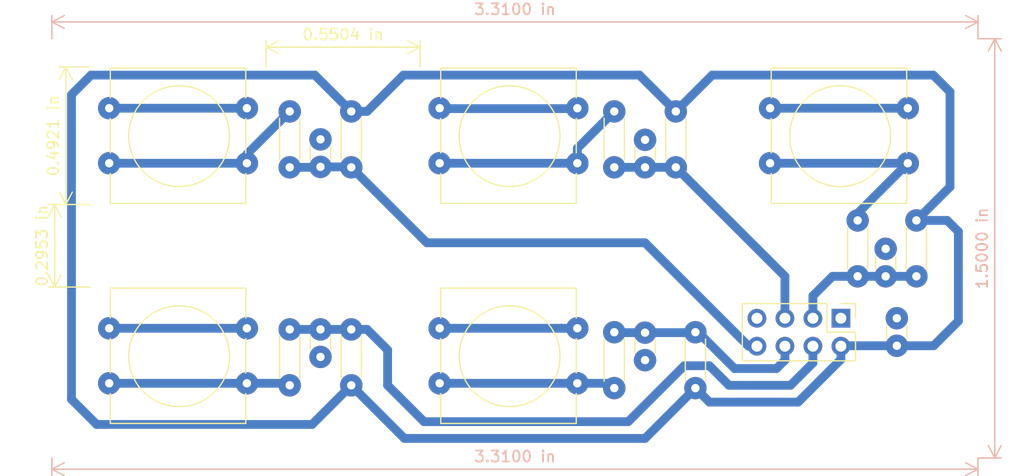
<source format=kicad_pcb>
(kicad_pcb (version 20171130) (host pcbnew 5.1.2-f72e74a~84~ubuntu16.04.1)

  (general
    (thickness 1.6)
    (drawings 6)
    (tracks 94)
    (zones 0)
    (modules 22)
    (nets 13)
  )

  (page A4)
  (layers
    (0 F.Cu signal)
    (31 B.Cu signal)
    (32 B.Adhes user)
    (33 F.Adhes user)
    (34 B.Paste user)
    (35 F.Paste user)
    (36 B.SilkS user)
    (37 F.SilkS user)
    (38 B.Mask user)
    (39 F.Mask user)
    (40 Dwgs.User user)
    (41 Cmts.User user)
    (42 Eco1.User user)
    (43 Eco2.User user)
    (44 Edge.Cuts user)
    (45 Margin user)
    (46 B.CrtYd user)
    (47 F.CrtYd user)
    (48 B.Fab user)
    (49 F.Fab user)
  )

  (setup
    (last_trace_width 0.8)
    (user_trace_width 0.8)
    (trace_clearance 0.2)
    (zone_clearance 0.508)
    (zone_45_only no)
    (trace_min 0.2)
    (via_size 0.8)
    (via_drill 0.4)
    (via_min_size 0.4)
    (via_min_drill 0.3)
    (user_via 2.032 0.508)
    (uvia_size 0.3)
    (uvia_drill 0.1)
    (uvias_allowed no)
    (uvia_min_size 0.2)
    (uvia_min_drill 0.1)
    (edge_width 0.05)
    (segment_width 0.2)
    (pcb_text_width 0.3)
    (pcb_text_size 1.5 1.5)
    (mod_edge_width 0.12)
    (mod_text_size 1 1)
    (mod_text_width 0.15)
    (pad_size 2.032 2.032)
    (pad_drill 0.762)
    (pad_to_mask_clearance 0.051)
    (solder_mask_min_width 0.25)
    (aux_axis_origin 0 0)
    (visible_elements FFFFEF7F)
    (pcbplotparams
      (layerselection 0x010fc_ffffffff)
      (usegerberextensions false)
      (usegerberattributes false)
      (usegerberadvancedattributes false)
      (creategerberjobfile false)
      (excludeedgelayer true)
      (linewidth 0.100000)
      (plotframeref false)
      (viasonmask false)
      (mode 1)
      (useauxorigin false)
      (hpglpennumber 1)
      (hpglpenspeed 20)
      (hpglpendiameter 15.000000)
      (psnegative false)
      (psa4output false)
      (plotreference true)
      (plotvalue true)
      (plotinvisibletext false)
      (padsonsilk false)
      (subtractmaskfromsilk false)
      (outputformat 1)
      (mirror false)
      (drillshape 1)
      (scaleselection 1)
      (outputdirectory ""))
  )

  (net 0 "")
  (net 1 /GND)
  (net 2 /MC2)
  (net 3 /MC3)
  (net 4 /MC4)
  (net 5 /MC1)
  (net 6 /MC5)
  (net 7 /VCC)
  (net 8 "Net-(R2-Pad2)")
  (net 9 "Net-(R4-Pad2)")
  (net 10 "Net-(R6-Pad2)")
  (net 11 "Net-(R8-Pad2)")
  (net 12 "Net-(R10-Pad2)")

  (net_class Default "This is the default net class."
    (clearance 0.2)
    (trace_width 0.25)
    (via_dia 0.8)
    (via_drill 0.4)
    (uvia_dia 0.3)
    (uvia_drill 0.1)
    (add_net /GND)
    (add_net /MC1)
    (add_net /MC2)
    (add_net /MC3)
    (add_net /MC4)
    (add_net /MC5)
    (add_net /VCC)
    (add_net "Net-(R10-Pad2)")
    (add_net "Net-(R2-Pad2)")
    (add_net "Net-(R4-Pad2)")
    (add_net "Net-(R6-Pad2)")
    (add_net "Net-(R8-Pad2)")
  )

  (module Button_Switch_THT:SW_PUSH-12mm (layer F.Cu) (tedit 5A02FE31) (tstamp 5CE8044C)
    (at 70 50)
    (descr "SW PUSH 12mm https://www.e-switch.com/system/asset/product_line/data_sheet/143/TL1100.pdf")
    (tags "tact sw push 12mm")
    (path /5CE7ACBC)
    (fp_text reference SW4 (at 6.08 -4.66) (layer F.SilkS) hide
      (effects (font (size 1 1) (thickness 0.15)))
    )
    (fp_text value START_PHOTO (at 6.62 9.93) (layer F.Fab)
      (effects (font (size 1 1) (thickness 0.15)))
    )
    (fp_line (start 0.25 8.5) (end 12.25 8.5) (layer F.Fab) (width 0.1))
    (fp_line (start 0.25 -3.5) (end 12.25 -3.5) (layer F.Fab) (width 0.1))
    (fp_line (start 12.25 -3.5) (end 12.25 8.5) (layer F.Fab) (width 0.1))
    (fp_text user %R (at 6.35 2.54) (layer F.Fab) hide
      (effects (font (size 1 1) (thickness 0.15)))
    )
    (fp_line (start 0.1 -3.65) (end 12.4 -3.65) (layer F.SilkS) (width 0.12))
    (fp_line (start 12.4 0.93) (end 12.4 4.07) (layer F.SilkS) (width 0.12))
    (fp_line (start 12.4 8.65) (end 0.1 8.65) (layer F.SilkS) (width 0.12))
    (fp_line (start 0.1 -0.93) (end 0.1 -3.65) (layer F.SilkS) (width 0.12))
    (fp_line (start -1.77 -3.75) (end 14.25 -3.75) (layer F.CrtYd) (width 0.05))
    (fp_line (start -1.77 -3.75) (end -1.77 8.75) (layer F.CrtYd) (width 0.05))
    (fp_line (start 14.25 8.75) (end 14.25 -3.75) (layer F.CrtYd) (width 0.05))
    (fp_line (start 14.25 8.75) (end -1.77 8.75) (layer F.CrtYd) (width 0.05))
    (fp_circle (center 6.35 2.54) (end 10.16 5.08) (layer F.SilkS) (width 0.12))
    (fp_line (start 0.25 -3.5) (end 0.25 8.5) (layer F.Fab) (width 0.1))
    (fp_line (start 0.1 8.65) (end 0.1 5.93) (layer F.SilkS) (width 0.12))
    (fp_line (start 0.1 4.07) (end 0.1 0.93) (layer F.SilkS) (width 0.12))
    (fp_line (start 12.4 5.93) (end 12.4 8.65) (layer F.SilkS) (width 0.12))
    (fp_line (start 12.4 -3.65) (end 12.4 -0.93) (layer F.SilkS) (width 0.12))
    (pad 1 thru_hole circle (at 12.5 0) (size 2.032 2.032) (drill 0.762) (layers *.Cu *.Mask)
      (net 1 /GND))
    (pad 2 thru_hole circle (at 12.5 5) (size 2.032 2.032) (drill 0.762) (layers *.Cu *.Mask)
      (net 11 "Net-(R8-Pad2)"))
    (pad 1 thru_hole circle (at 0 0) (size 2.032 2.032) (drill 0.762) (layers *.Cu *.Mask)
      (net 1 /GND))
    (pad 2 thru_hole circle (at 0 5) (size 2.032 2.032) (drill 0.762) (layers *.Cu *.Mask)
      (net 11 "Net-(R8-Pad2)"))
    (model ${KISYS3DMOD}/Button_Switch_THT.3dshapes/SW_PUSH-12mm.wrl
      (at (xyz 0 0 0))
      (scale (xyz 1 1 1))
      (rotate (xyz 0 0 0))
    )
  )

  (module Button_Switch_THT:SW_PUSH-12mm (layer F.Cu) (tedit 5A02FE31) (tstamp 5CE80432)
    (at 40 70)
    (descr "SW PUSH 12mm https://www.e-switch.com/system/asset/product_line/data_sheet/143/TL1100.pdf")
    (tags "tact sw push 12mm")
    (path /5CE8AE61)
    (fp_text reference SW3 (at 6.08 -4.66) (layer F.SilkS) hide
      (effects (font (size 1 1) (thickness 0.15)))
    )
    (fp_text value STOP_INCUBATOR (at 6.62 9.93) (layer F.Fab)
      (effects (font (size 1 1) (thickness 0.15)))
    )
    (fp_line (start 0.25 8.5) (end 12.25 8.5) (layer F.Fab) (width 0.1))
    (fp_line (start 0.25 -3.5) (end 12.25 -3.5) (layer F.Fab) (width 0.1))
    (fp_line (start 12.25 -3.5) (end 12.25 8.5) (layer F.Fab) (width 0.1))
    (fp_text user %R (at 6.35 2.54) (layer F.Fab) hide
      (effects (font (size 1 1) (thickness 0.15)))
    )
    (fp_line (start 0.1 -3.65) (end 12.4 -3.65) (layer F.SilkS) (width 0.12))
    (fp_line (start 12.4 0.93) (end 12.4 4.07) (layer F.SilkS) (width 0.12))
    (fp_line (start 12.4 8.65) (end 0.1 8.65) (layer F.SilkS) (width 0.12))
    (fp_line (start 0.1 -0.93) (end 0.1 -3.65) (layer F.SilkS) (width 0.12))
    (fp_line (start -1.77 -3.75) (end 14.25 -3.75) (layer F.CrtYd) (width 0.05))
    (fp_line (start -1.77 -3.75) (end -1.77 8.75) (layer F.CrtYd) (width 0.05))
    (fp_line (start 14.25 8.75) (end 14.25 -3.75) (layer F.CrtYd) (width 0.05))
    (fp_line (start 14.25 8.75) (end -1.77 8.75) (layer F.CrtYd) (width 0.05))
    (fp_circle (center 6.35 2.54) (end 10.16 5.08) (layer F.SilkS) (width 0.12))
    (fp_line (start 0.25 -3.5) (end 0.25 8.5) (layer F.Fab) (width 0.1))
    (fp_line (start 0.1 8.65) (end 0.1 5.93) (layer F.SilkS) (width 0.12))
    (fp_line (start 0.1 4.07) (end 0.1 0.93) (layer F.SilkS) (width 0.12))
    (fp_line (start 12.4 5.93) (end 12.4 8.65) (layer F.SilkS) (width 0.12))
    (fp_line (start 12.4 -3.65) (end 12.4 -0.93) (layer F.SilkS) (width 0.12))
    (pad 1 thru_hole circle (at 12.5 0) (size 2.032 2.032) (drill 0.762) (layers *.Cu *.Mask)
      (net 1 /GND))
    (pad 2 thru_hole circle (at 12.5 5) (size 2.032 2.032) (drill 0.762) (layers *.Cu *.Mask)
      (net 10 "Net-(R6-Pad2)"))
    (pad 1 thru_hole circle (at 0 0) (size 2.032 2.032) (drill 0.762) (layers *.Cu *.Mask)
      (net 1 /GND))
    (pad 2 thru_hole circle (at 0 5) (size 2.032 2.032) (drill 0.762) (layers *.Cu *.Mask)
      (net 10 "Net-(R6-Pad2)"))
    (model ${KISYS3DMOD}/Button_Switch_THT.3dshapes/SW_PUSH-12mm.wrl
      (at (xyz 0 0 0))
      (scale (xyz 1 1 1))
      (rotate (xyz 0 0 0))
    )
  )

  (module Capacitor_THT:C_Disc_D3.0mm_W1.6mm_P2.50mm (layer F.Cu) (tedit 5AE50EF0) (tstamp 5CE802B3)
    (at 88.646 72.898 90)
    (descr "C, Disc series, Radial, pin pitch=2.50mm, , diameter*width=3.0*1.6mm^2, Capacitor, http://www.vishay.com/docs/45233/krseries.pdf")
    (tags "C Disc series Radial pin pitch 2.50mm  diameter 3.0mm width 1.6mm Capacitor")
    (path /5CE898DD)
    (fp_text reference C1 (at 1.25 -2.05 90) (layer F.SilkS) hide
      (effects (font (size 1 1) (thickness 0.15)))
    )
    (fp_text value 0.1MIF (at 1.25 2.05 90) (layer F.Fab)
      (effects (font (size 1 1) (thickness 0.15)))
    )
    (fp_line (start -0.25 -0.8) (end -0.25 0.8) (layer F.Fab) (width 0.1))
    (fp_line (start -0.25 0.8) (end 2.75 0.8) (layer F.Fab) (width 0.1))
    (fp_line (start 2.75 0.8) (end 2.75 -0.8) (layer F.Fab) (width 0.1))
    (fp_line (start 2.75 -0.8) (end -0.25 -0.8) (layer F.Fab) (width 0.1))
    (fp_line (start 0.621 -0.92) (end 1.879 -0.92) (layer F.SilkS) (width 0.12))
    (fp_line (start 0.621 0.92) (end 1.879 0.92) (layer F.SilkS) (width 0.12))
    (fp_line (start -1.05 -1.05) (end -1.05 1.05) (layer F.CrtYd) (width 0.05))
    (fp_line (start -1.05 1.05) (end 3.55 1.05) (layer F.CrtYd) (width 0.05))
    (fp_line (start 3.55 1.05) (end 3.55 -1.05) (layer F.CrtYd) (width 0.05))
    (fp_line (start 3.55 -1.05) (end -1.05 -1.05) (layer F.CrtYd) (width 0.05))
    (fp_text user %R (at 1.25 0 90) (layer F.Fab) hide
      (effects (font (size 0.6 0.6) (thickness 0.09)))
    )
    (pad 1 thru_hole circle (at 0 0 90) (size 2.032 2.032) (drill 0.762) (layers *.Cu *.Mask)
      (net 1 /GND))
    (pad 2 thru_hole circle (at 2.5 0 90) (size 2.032 2.032) (drill 0.762) (layers *.Cu *.Mask)
      (net 2 /MC2))
    (model ${KISYS3DMOD}/Capacitor_THT.3dshapes/C_Disc_D3.0mm_W1.6mm_P2.50mm.wrl
      (at (xyz 0 0 0))
      (scale (xyz 1 1 1))
      (rotate (xyz 0 0 0))
    )
  )

  (module Capacitor_THT:C_Disc_D3.0mm_W1.6mm_P2.50mm (layer F.Cu) (tedit 5AE50EF0) (tstamp 5CE82A94)
    (at 110.49 62.778 270)
    (descr "C, Disc series, Radial, pin pitch=2.50mm, , diameter*width=3.0*1.6mm^2, Capacitor, http://www.vishay.com/docs/45233/krseries.pdf")
    (tags "C Disc series Radial pin pitch 2.50mm  diameter 3.0mm width 1.6mm Capacitor")
    (path /5CE8A50E)
    (fp_text reference C2 (at 1.25 -2.05 90) (layer F.SilkS) hide
      (effects (font (size 1 1) (thickness 0.15)))
    )
    (fp_text value 0.1MIF (at 1.25 2.05 90) (layer F.Fab)
      (effects (font (size 1 1) (thickness 0.15)))
    )
    (fp_text user %R (at 1.25 0 90) (layer F.Fab) hide
      (effects (font (size 0.6 0.6) (thickness 0.09)))
    )
    (fp_line (start 3.55 -1.05) (end -1.05 -1.05) (layer F.CrtYd) (width 0.05))
    (fp_line (start 3.55 1.05) (end 3.55 -1.05) (layer F.CrtYd) (width 0.05))
    (fp_line (start -1.05 1.05) (end 3.55 1.05) (layer F.CrtYd) (width 0.05))
    (fp_line (start -1.05 -1.05) (end -1.05 1.05) (layer F.CrtYd) (width 0.05))
    (fp_line (start 0.621 0.92) (end 1.879 0.92) (layer F.SilkS) (width 0.12))
    (fp_line (start 0.621 -0.92) (end 1.879 -0.92) (layer F.SilkS) (width 0.12))
    (fp_line (start 2.75 -0.8) (end -0.25 -0.8) (layer F.Fab) (width 0.1))
    (fp_line (start 2.75 0.8) (end 2.75 -0.8) (layer F.Fab) (width 0.1))
    (fp_line (start -0.25 0.8) (end 2.75 0.8) (layer F.Fab) (width 0.1))
    (fp_line (start -0.25 -0.8) (end -0.25 0.8) (layer F.Fab) (width 0.1))
    (pad 2 thru_hole circle (at 2.5 0 270) (size 2.032 2.032) (drill 0.762) (layers *.Cu *.Mask)
      (net 3 /MC3))
    (pad 1 thru_hole circle (at 0 0 270) (size 2.032 2.032) (drill 0.762) (layers *.Cu *.Mask)
      (net 1 /GND))
    (model ${KISYS3DMOD}/Capacitor_THT.3dshapes/C_Disc_D3.0mm_W1.6mm_P2.50mm.wrl
      (at (xyz 0 0 0))
      (scale (xyz 1 1 1))
      (rotate (xyz 0 0 0))
    )
  )

  (module Capacitor_THT:C_Disc_D3.0mm_W1.6mm_P2.50mm (layer F.Cu) (tedit 5AE50EF0) (tstamp 5CE802D5)
    (at 59.182 72.604 90)
    (descr "C, Disc series, Radial, pin pitch=2.50mm, , diameter*width=3.0*1.6mm^2, Capacitor, http://www.vishay.com/docs/45233/krseries.pdf")
    (tags "C Disc series Radial pin pitch 2.50mm  diameter 3.0mm width 1.6mm Capacitor")
    (path /5CE8AE73)
    (fp_text reference C3 (at 1.25 -2.05 90) (layer F.SilkS) hide
      (effects (font (size 1 1) (thickness 0.15)))
    )
    (fp_text value 0.1MIF (at 1.25 2.05 90) (layer F.Fab)
      (effects (font (size 1 1) (thickness 0.15)))
    )
    (fp_line (start -0.25 -0.8) (end -0.25 0.8) (layer F.Fab) (width 0.1))
    (fp_line (start -0.25 0.8) (end 2.75 0.8) (layer F.Fab) (width 0.1))
    (fp_line (start 2.75 0.8) (end 2.75 -0.8) (layer F.Fab) (width 0.1))
    (fp_line (start 2.75 -0.8) (end -0.25 -0.8) (layer F.Fab) (width 0.1))
    (fp_line (start 0.621 -0.92) (end 1.879 -0.92) (layer F.SilkS) (width 0.12))
    (fp_line (start 0.621 0.92) (end 1.879 0.92) (layer F.SilkS) (width 0.12))
    (fp_line (start -1.05 -1.05) (end -1.05 1.05) (layer F.CrtYd) (width 0.05))
    (fp_line (start -1.05 1.05) (end 3.55 1.05) (layer F.CrtYd) (width 0.05))
    (fp_line (start 3.55 1.05) (end 3.55 -1.05) (layer F.CrtYd) (width 0.05))
    (fp_line (start 3.55 -1.05) (end -1.05 -1.05) (layer F.CrtYd) (width 0.05))
    (fp_text user %R (at 1.25 0 90) (layer F.Fab) hide
      (effects (font (size 0.6 0.6) (thickness 0.09)))
    )
    (pad 1 thru_hole circle (at 0 0 90) (size 2.032 2.032) (drill 0.762) (layers *.Cu *.Mask)
      (net 1 /GND))
    (pad 2 thru_hole circle (at 2.5 0 90) (size 2.032 2.032) (drill 0.762) (layers *.Cu *.Mask)
      (net 4 /MC4))
    (model ${KISYS3DMOD}/Capacitor_THT.3dshapes/C_Disc_D3.0mm_W1.6mm_P2.50mm.wrl
      (at (xyz 0 0 0))
      (scale (xyz 1 1 1))
      (rotate (xyz 0 0 0))
    )
  )

  (module Capacitor_THT:C_Disc_D3.0mm_W1.6mm_P2.50mm (layer F.Cu) (tedit 5AE50EF0) (tstamp 5CE802E6)
    (at 88.646 52.872 270)
    (descr "C, Disc series, Radial, pin pitch=2.50mm, , diameter*width=3.0*1.6mm^2, Capacitor, http://www.vishay.com/docs/45233/krseries.pdf")
    (tags "C Disc series Radial pin pitch 2.50mm  diameter 3.0mm width 1.6mm Capacitor")
    (path /5CE83C4F)
    (fp_text reference C4 (at 1.25 -2.05 90) (layer F.SilkS) hide
      (effects (font (size 1 1) (thickness 0.15)))
    )
    (fp_text value 0.1MIF (at 1.25 2.05 90) (layer F.Fab)
      (effects (font (size 1 1) (thickness 0.15)))
    )
    (fp_text user %R (at 1.25 0 90) (layer F.Fab) hide
      (effects (font (size 0.6 0.6) (thickness 0.09)))
    )
    (fp_line (start 3.55 -1.05) (end -1.05 -1.05) (layer F.CrtYd) (width 0.05))
    (fp_line (start 3.55 1.05) (end 3.55 -1.05) (layer F.CrtYd) (width 0.05))
    (fp_line (start -1.05 1.05) (end 3.55 1.05) (layer F.CrtYd) (width 0.05))
    (fp_line (start -1.05 -1.05) (end -1.05 1.05) (layer F.CrtYd) (width 0.05))
    (fp_line (start 0.621 0.92) (end 1.879 0.92) (layer F.SilkS) (width 0.12))
    (fp_line (start 0.621 -0.92) (end 1.879 -0.92) (layer F.SilkS) (width 0.12))
    (fp_line (start 2.75 -0.8) (end -0.25 -0.8) (layer F.Fab) (width 0.1))
    (fp_line (start 2.75 0.8) (end 2.75 -0.8) (layer F.Fab) (width 0.1))
    (fp_line (start -0.25 0.8) (end 2.75 0.8) (layer F.Fab) (width 0.1))
    (fp_line (start -0.25 -0.8) (end -0.25 0.8) (layer F.Fab) (width 0.1))
    (pad 2 thru_hole circle (at 2.5 0 270) (size 2.032 2.032) (drill 0.762) (layers *.Cu *.Mask)
      (net 5 /MC1))
    (pad 1 thru_hole circle (at 0 0 270) (size 2.032 2.032) (drill 0.762) (layers *.Cu *.Mask)
      (net 1 /GND))
    (model ${KISYS3DMOD}/Capacitor_THT.3dshapes/C_Disc_D3.0mm_W1.6mm_P2.50mm.wrl
      (at (xyz 0 0 0))
      (scale (xyz 1 1 1))
      (rotate (xyz 0 0 0))
    )
  )

  (module Capacitor_THT:C_Disc_D3.0mm_W1.6mm_P2.50mm (layer F.Cu) (tedit 5AE50EF0) (tstamp 5CE823C4)
    (at 59.182 52.832 270)
    (descr "C, Disc series, Radial, pin pitch=2.50mm, , diameter*width=3.0*1.6mm^2, Capacitor, http://www.vishay.com/docs/45233/krseries.pdf")
    (tags "C Disc series Radial pin pitch 2.50mm  diameter 3.0mm width 1.6mm Capacitor")
    (path /5CE8B707)
    (fp_text reference C5 (at 1.25 -2.05 90) (layer F.SilkS) hide
      (effects (font (size 1 1) (thickness 0.15)))
    )
    (fp_text value 0.1MIF (at 1.25 2.05 90) (layer F.Fab)
      (effects (font (size 1 1) (thickness 0.15)))
    )
    (fp_text user %R (at 1.25 0 90) (layer F.Fab) hide
      (effects (font (size 0.6 0.6) (thickness 0.09)))
    )
    (fp_line (start 3.55 -1.05) (end -1.05 -1.05) (layer F.CrtYd) (width 0.05))
    (fp_line (start 3.55 1.05) (end 3.55 -1.05) (layer F.CrtYd) (width 0.05))
    (fp_line (start -1.05 1.05) (end 3.55 1.05) (layer F.CrtYd) (width 0.05))
    (fp_line (start -1.05 -1.05) (end -1.05 1.05) (layer F.CrtYd) (width 0.05))
    (fp_line (start 0.621 0.92) (end 1.879 0.92) (layer F.SilkS) (width 0.12))
    (fp_line (start 0.621 -0.92) (end 1.879 -0.92) (layer F.SilkS) (width 0.12))
    (fp_line (start 2.75 -0.8) (end -0.25 -0.8) (layer F.Fab) (width 0.1))
    (fp_line (start 2.75 0.8) (end 2.75 -0.8) (layer F.Fab) (width 0.1))
    (fp_line (start -0.25 0.8) (end 2.75 0.8) (layer F.Fab) (width 0.1))
    (fp_line (start -0.25 -0.8) (end -0.25 0.8) (layer F.Fab) (width 0.1))
    (pad 2 thru_hole circle (at 2.5 0 270) (size 2.032 2.032) (drill 0.762) (layers *.Cu *.Mask)
      (net 6 /MC5))
    (pad 1 thru_hole circle (at 0 0 270) (size 2.032 2.032) (drill 0.762) (layers *.Cu *.Mask)
      (net 1 /GND))
    (model ${KISYS3DMOD}/Capacitor_THT.3dshapes/C_Disc_D3.0mm_W1.6mm_P2.50mm.wrl
      (at (xyz 0 0 0))
      (scale (xyz 1 1 1))
      (rotate (xyz 0 0 0))
    )
  )

  (module Capacitor_THT:C_Disc_D3.0mm_W1.6mm_P2.50mm (layer F.Cu) (tedit 5AE50EF0) (tstamp 5CE80308)
    (at 111.506 71.588 90)
    (descr "C, Disc series, Radial, pin pitch=2.50mm, , diameter*width=3.0*1.6mm^2, Capacitor, http://www.vishay.com/docs/45233/krseries.pdf")
    (tags "C Disc series Radial pin pitch 2.50mm  diameter 3.0mm width 1.6mm Capacitor")
    (path /5CE8D66A)
    (fp_text reference C6 (at 1.25 -2.05 90) (layer F.SilkS) hide
      (effects (font (size 1 1) (thickness 0.15)))
    )
    (fp_text value 0.1MIF (at 1.25 2.05 90) (layer F.Fab)
      (effects (font (size 1 1) (thickness 0.15)))
    )
    (fp_line (start -0.25 -0.8) (end -0.25 0.8) (layer F.Fab) (width 0.1))
    (fp_line (start -0.25 0.8) (end 2.75 0.8) (layer F.Fab) (width 0.1))
    (fp_line (start 2.75 0.8) (end 2.75 -0.8) (layer F.Fab) (width 0.1))
    (fp_line (start 2.75 -0.8) (end -0.25 -0.8) (layer F.Fab) (width 0.1))
    (fp_line (start 0.621 -0.92) (end 1.879 -0.92) (layer F.SilkS) (width 0.12))
    (fp_line (start 0.621 0.92) (end 1.879 0.92) (layer F.SilkS) (width 0.12))
    (fp_line (start -1.05 -1.05) (end -1.05 1.05) (layer F.CrtYd) (width 0.05))
    (fp_line (start -1.05 1.05) (end 3.55 1.05) (layer F.CrtYd) (width 0.05))
    (fp_line (start 3.55 1.05) (end 3.55 -1.05) (layer F.CrtYd) (width 0.05))
    (fp_line (start 3.55 -1.05) (end -1.05 -1.05) (layer F.CrtYd) (width 0.05))
    (fp_text user %R (at 1.25 0 90) (layer F.Fab) hide
      (effects (font (size 0.6 0.6) (thickness 0.09)))
    )
    (pad 1 thru_hole circle (at 0 0 90) (size 2.032 2.032) (drill 0.762) (layers *.Cu *.Mask)
      (net 7 /VCC))
    (pad 2 thru_hole circle (at 2.5 0 90) (size 2.032 2.032) (drill 0.762) (layers *.Cu *.Mask)
      (net 1 /GND))
    (model ${KISYS3DMOD}/Capacitor_THT.3dshapes/C_Disc_D3.0mm_W1.6mm_P2.50mm.wrl
      (at (xyz 0 0 0))
      (scale (xyz 1 1 1))
      (rotate (xyz 0 0 0))
    )
  )

  (module Connector_PinHeader_2.54mm:PinHeader_2x04_P2.54mm_Vertical (layer F.Cu) (tedit 59FED5CC) (tstamp 5CE80326)
    (at 106.426 69.088 270)
    (descr "Through hole straight pin header, 2x04, 2.54mm pitch, double rows")
    (tags "Through hole pin header THT 2x04 2.54mm double row")
    (path /5CE8C492)
    (fp_text reference J1 (at 1.27 -2.33 90) (layer F.SilkS) hide
      (effects (font (size 1 1) (thickness 0.15)))
    )
    (fp_text value CONTORL (at 1.27 9.95 90) (layer F.Fab)
      (effects (font (size 1 1) (thickness 0.15)))
    )
    (fp_line (start 0 -1.27) (end 3.81 -1.27) (layer F.Fab) (width 0.1))
    (fp_line (start 3.81 -1.27) (end 3.81 8.89) (layer F.Fab) (width 0.1))
    (fp_line (start 3.81 8.89) (end -1.27 8.89) (layer F.Fab) (width 0.1))
    (fp_line (start -1.27 8.89) (end -1.27 0) (layer F.Fab) (width 0.1))
    (fp_line (start -1.27 0) (end 0 -1.27) (layer F.Fab) (width 0.1))
    (fp_line (start -1.33 8.95) (end 3.87 8.95) (layer F.SilkS) (width 0.12))
    (fp_line (start -1.33 1.27) (end -1.33 8.95) (layer F.SilkS) (width 0.12))
    (fp_line (start 3.87 -1.33) (end 3.87 8.95) (layer F.SilkS) (width 0.12))
    (fp_line (start -1.33 1.27) (end 1.27 1.27) (layer F.SilkS) (width 0.12))
    (fp_line (start 1.27 1.27) (end 1.27 -1.33) (layer F.SilkS) (width 0.12))
    (fp_line (start 1.27 -1.33) (end 3.87 -1.33) (layer F.SilkS) (width 0.12))
    (fp_line (start -1.33 0) (end -1.33 -1.33) (layer F.SilkS) (width 0.12))
    (fp_line (start -1.33 -1.33) (end 0 -1.33) (layer F.SilkS) (width 0.12))
    (fp_line (start -1.8 -1.8) (end -1.8 9.4) (layer F.CrtYd) (width 0.05))
    (fp_line (start -1.8 9.4) (end 4.35 9.4) (layer F.CrtYd) (width 0.05))
    (fp_line (start 4.35 9.4) (end 4.35 -1.8) (layer F.CrtYd) (width 0.05))
    (fp_line (start 4.35 -1.8) (end -1.8 -1.8) (layer F.CrtYd) (width 0.05))
    (fp_text user %R (at 1.27 3.81) (layer F.Fab) hide
      (effects (font (size 1 1) (thickness 0.15)))
    )
    (pad 1 thru_hole rect (at 0 0 270) (size 1.7 1.7) (drill 1) (layers *.Cu *.Mask)
      (net 1 /GND))
    (pad 2 thru_hole oval (at 2.54 0 270) (size 1.7 1.7) (drill 1) (layers *.Cu *.Mask)
      (net 7 /VCC))
    (pad 3 thru_hole oval (at 0 2.54 270) (size 1.7 1.7) (drill 1) (layers *.Cu *.Mask)
      (net 3 /MC3))
    (pad 4 thru_hole oval (at 2.54 2.54 270) (size 1.7 1.7) (drill 1) (layers *.Cu *.Mask)
      (net 4 /MC4))
    (pad 5 thru_hole oval (at 0 5.08 270) (size 1.7 1.7) (drill 1) (layers *.Cu *.Mask)
      (net 5 /MC1))
    (pad 6 thru_hole oval (at 2.54 5.08 270) (size 1.7 1.7) (drill 1) (layers *.Cu *.Mask)
      (net 2 /MC2))
    (pad 7 thru_hole oval (at 0 7.62 270) (size 1.7 1.7) (drill 1) (layers *.Cu *.Mask))
    (pad 8 thru_hole oval (at 2.54 7.62 270) (size 1.7 1.7) (drill 1) (layers *.Cu *.Mask)
      (net 6 /MC5))
    (model ${KISYS3DMOD}/Connector_PinHeader_2.54mm.3dshapes/PinHeader_2x04_P2.54mm_Vertical.wrl
      (at (xyz 0 0 0))
      (scale (xyz 1 1 1))
      (rotate (xyz 0 0 0))
    )
  )

  (module Resistor_THT:R_Axial_DIN0204_L3.6mm_D1.6mm_P5.08mm_Horizontal (layer F.Cu) (tedit 5AE5139B) (tstamp 5CE81CDC)
    (at 93.218 70.358 270)
    (descr "Resistor, Axial_DIN0204 series, Axial, Horizontal, pin pitch=5.08mm, 0.167W, length*diameter=3.6*1.6mm^2, http://cdn-reichelt.de/documents/datenblatt/B400/1_4W%23YAG.pdf")
    (tags "Resistor Axial_DIN0204 series Axial Horizontal pin pitch 5.08mm 0.167W length 3.6mm diameter 1.6mm")
    (path /5CE898D7)
    (fp_text reference R1 (at 2.54 -1.92 90) (layer F.SilkS) hide
      (effects (font (size 1 1) (thickness 0.15)))
    )
    (fp_text value 10K (at 2.678999 0.018999 90) (layer F.Fab)
      (effects (font (size 1 1) (thickness 0.15)))
    )
    (fp_text user %R (at 2.54 0 90) (layer F.Fab) hide
      (effects (font (size 0.72 0.72) (thickness 0.108)))
    )
    (fp_line (start 6.03 -1.05) (end -0.95 -1.05) (layer F.CrtYd) (width 0.05))
    (fp_line (start 6.03 1.05) (end 6.03 -1.05) (layer F.CrtYd) (width 0.05))
    (fp_line (start -0.95 1.05) (end 6.03 1.05) (layer F.CrtYd) (width 0.05))
    (fp_line (start -0.95 -1.05) (end -0.95 1.05) (layer F.CrtYd) (width 0.05))
    (fp_line (start 0.62 0.92) (end 4.46 0.92) (layer F.SilkS) (width 0.12))
    (fp_line (start 0.62 -0.92) (end 4.46 -0.92) (layer F.SilkS) (width 0.12))
    (fp_line (start 5.08 0) (end 4.34 0) (layer F.Fab) (width 0.1))
    (fp_line (start 0 0) (end 0.74 0) (layer F.Fab) (width 0.1))
    (fp_line (start 4.34 -0.8) (end 0.74 -0.8) (layer F.Fab) (width 0.1))
    (fp_line (start 4.34 0.8) (end 4.34 -0.8) (layer F.Fab) (width 0.1))
    (fp_line (start 0.74 0.8) (end 4.34 0.8) (layer F.Fab) (width 0.1))
    (fp_line (start 0.74 -0.8) (end 0.74 0.8) (layer F.Fab) (width 0.1))
    (pad 2 thru_hole circle (at 5.08 0 270) (size 2.032 2.032) (drill 0.762) (layers *.Cu *.Mask)
      (net 7 /VCC))
    (pad 1 thru_hole circle (at 0 0 270) (size 2.032 2.032) (drill 0.762) (layers *.Cu *.Mask)
      (net 2 /MC2))
    (model ${KISYS3DMOD}/Resistor_THT.3dshapes/R_Axial_DIN0204_L3.6mm_D1.6mm_P5.08mm_Horizontal.wrl
      (at (xyz 0 0 0))
      (scale (xyz 1 1 1))
      (rotate (xyz 0 0 0))
    )
  )

  (module Resistor_THT:R_Axial_DIN0204_L3.6mm_D1.6mm_P5.08mm_Horizontal (layer F.Cu) (tedit 5AE5139B) (tstamp 5CE8034C)
    (at 85.852 70.358 270)
    (descr "Resistor, Axial_DIN0204 series, Axial, Horizontal, pin pitch=5.08mm, 0.167W, length*diameter=3.6*1.6mm^2, http://cdn-reichelt.de/documents/datenblatt/B400/1_4W%23YAG.pdf")
    (tags "Resistor Axial_DIN0204 series Axial Horizontal pin pitch 5.08mm 0.167W length 3.6mm diameter 1.6mm")
    (path /5CE898D1)
    (fp_text reference R2 (at 2.54 -1.92 90) (layer F.SilkS) hide
      (effects (font (size 1 1) (thickness 0.15)))
    )
    (fp_text value 1K (at 2.54 0.018999 90) (layer F.Fab)
      (effects (font (size 1 1) (thickness 0.15)))
    )
    (fp_line (start 0.74 -0.8) (end 0.74 0.8) (layer F.Fab) (width 0.1))
    (fp_line (start 0.74 0.8) (end 4.34 0.8) (layer F.Fab) (width 0.1))
    (fp_line (start 4.34 0.8) (end 4.34 -0.8) (layer F.Fab) (width 0.1))
    (fp_line (start 4.34 -0.8) (end 0.74 -0.8) (layer F.Fab) (width 0.1))
    (fp_line (start 0 0) (end 0.74 0) (layer F.Fab) (width 0.1))
    (fp_line (start 5.08 0) (end 4.34 0) (layer F.Fab) (width 0.1))
    (fp_line (start 0.62 -0.92) (end 4.46 -0.92) (layer F.SilkS) (width 0.12))
    (fp_line (start 0.62 0.92) (end 4.46 0.92) (layer F.SilkS) (width 0.12))
    (fp_line (start -0.95 -1.05) (end -0.95 1.05) (layer F.CrtYd) (width 0.05))
    (fp_line (start -0.95 1.05) (end 6.03 1.05) (layer F.CrtYd) (width 0.05))
    (fp_line (start 6.03 1.05) (end 6.03 -1.05) (layer F.CrtYd) (width 0.05))
    (fp_line (start 6.03 -1.05) (end -0.95 -1.05) (layer F.CrtYd) (width 0.05))
    (fp_text user %R (at 2.54 0 90) (layer F.Fab) hide
      (effects (font (size 0.72 0.72) (thickness 0.108)))
    )
    (pad 1 thru_hole circle (at 0 0 270) (size 2.032 2.032) (drill 0.762) (layers *.Cu *.Mask)
      (net 2 /MC2))
    (pad 2 thru_hole circle (at 5.08 0 270) (size 2.032 2.032) (drill 0.762) (layers *.Cu *.Mask)
      (net 8 "Net-(R2-Pad2)"))
    (model ${KISYS3DMOD}/Resistor_THT.3dshapes/R_Axial_DIN0204_L3.6mm_D1.6mm_P5.08mm_Horizontal.wrl
      (at (xyz 0 0 0))
      (scale (xyz 1 1 1))
      (rotate (xyz 0 0 0))
    )
  )

  (module Resistor_THT:R_Axial_DIN0204_L3.6mm_D1.6mm_P5.08mm_Horizontal (layer F.Cu) (tedit 5AE5139B) (tstamp 5CE82A60)
    (at 113.284 65.278 90)
    (descr "Resistor, Axial_DIN0204 series, Axial, Horizontal, pin pitch=5.08mm, 0.167W, length*diameter=3.6*1.6mm^2, http://cdn-reichelt.de/documents/datenblatt/B400/1_4W%23YAG.pdf")
    (tags "Resistor Axial_DIN0204 series Axial Horizontal pin pitch 5.08mm 0.167W length 3.6mm diameter 1.6mm")
    (path /5CE8A508)
    (fp_text reference R3 (at 2.54 -1.92 90) (layer F.SilkS) hide
      (effects (font (size 1 1) (thickness 0.15)))
    )
    (fp_text value 10K (at 2.54 0.018999 90) (layer F.Fab)
      (effects (font (size 1 1) (thickness 0.15)))
    )
    (fp_text user %R (at 2.54 0 90) (layer F.Fab) hide
      (effects (font (size 0.72 0.72) (thickness 0.108)))
    )
    (fp_line (start 6.03 -1.05) (end -0.95 -1.05) (layer F.CrtYd) (width 0.05))
    (fp_line (start 6.03 1.05) (end 6.03 -1.05) (layer F.CrtYd) (width 0.05))
    (fp_line (start -0.95 1.05) (end 6.03 1.05) (layer F.CrtYd) (width 0.05))
    (fp_line (start -0.95 -1.05) (end -0.95 1.05) (layer F.CrtYd) (width 0.05))
    (fp_line (start 0.62 0.92) (end 4.46 0.92) (layer F.SilkS) (width 0.12))
    (fp_line (start 0.62 -0.92) (end 4.46 -0.92) (layer F.SilkS) (width 0.12))
    (fp_line (start 5.08 0) (end 4.34 0) (layer F.Fab) (width 0.1))
    (fp_line (start 0 0) (end 0.74 0) (layer F.Fab) (width 0.1))
    (fp_line (start 4.34 -0.8) (end 0.74 -0.8) (layer F.Fab) (width 0.1))
    (fp_line (start 4.34 0.8) (end 4.34 -0.8) (layer F.Fab) (width 0.1))
    (fp_line (start 0.74 0.8) (end 4.34 0.8) (layer F.Fab) (width 0.1))
    (fp_line (start 0.74 -0.8) (end 0.74 0.8) (layer F.Fab) (width 0.1))
    (pad 2 thru_hole circle (at 5.08 0 90) (size 2.032 2.032) (drill 0.762) (layers *.Cu *.Mask)
      (net 7 /VCC))
    (pad 1 thru_hole circle (at 0 0 90) (size 2.032 2.032) (drill 0.762) (layers *.Cu *.Mask)
      (net 3 /MC3))
    (model ${KISYS3DMOD}/Resistor_THT.3dshapes/R_Axial_DIN0204_L3.6mm_D1.6mm_P5.08mm_Horizontal.wrl
      (at (xyz 0 0 0))
      (scale (xyz 1 1 1))
      (rotate (xyz 0 0 0))
    )
  )

  (module Resistor_THT:R_Axial_DIN0204_L3.6mm_D1.6mm_P5.08mm_Horizontal (layer F.Cu) (tedit 5AE5139B) (tstamp 5CE82A2A)
    (at 107.95 65.278 90)
    (descr "Resistor, Axial_DIN0204 series, Axial, Horizontal, pin pitch=5.08mm, 0.167W, length*diameter=3.6*1.6mm^2, http://cdn-reichelt.de/documents/datenblatt/B400/1_4W%23YAG.pdf")
    (tags "Resistor Axial_DIN0204 series Axial Horizontal pin pitch 5.08mm 0.167W length 3.6mm diameter 1.6mm")
    (path /5CE8A502)
    (fp_text reference R4 (at 2.54 -1.92 90) (layer F.SilkS) hide
      (effects (font (size 1 1) (thickness 0.15)))
    )
    (fp_text value 1K (at 2.54 0 90) (layer F.Fab)
      (effects (font (size 1 1) (thickness 0.15)))
    )
    (fp_line (start 0.74 -0.8) (end 0.74 0.8) (layer F.Fab) (width 0.1))
    (fp_line (start 0.74 0.8) (end 4.34 0.8) (layer F.Fab) (width 0.1))
    (fp_line (start 4.34 0.8) (end 4.34 -0.8) (layer F.Fab) (width 0.1))
    (fp_line (start 4.34 -0.8) (end 0.74 -0.8) (layer F.Fab) (width 0.1))
    (fp_line (start 0 0) (end 0.74 0) (layer F.Fab) (width 0.1))
    (fp_line (start 5.08 0) (end 4.34 0) (layer F.Fab) (width 0.1))
    (fp_line (start 0.62 -0.92) (end 4.46 -0.92) (layer F.SilkS) (width 0.12))
    (fp_line (start 0.62 0.92) (end 4.46 0.92) (layer F.SilkS) (width 0.12))
    (fp_line (start -0.95 -1.05) (end -0.95 1.05) (layer F.CrtYd) (width 0.05))
    (fp_line (start -0.95 1.05) (end 6.03 1.05) (layer F.CrtYd) (width 0.05))
    (fp_line (start 6.03 1.05) (end 6.03 -1.05) (layer F.CrtYd) (width 0.05))
    (fp_line (start 6.03 -1.05) (end -0.95 -1.05) (layer F.CrtYd) (width 0.05))
    (fp_text user %R (at 2.54 0 90) (layer F.Fab) hide
      (effects (font (size 0.72 0.72) (thickness 0.108)))
    )
    (pad 1 thru_hole circle (at 0 0 90) (size 2.032 2.032) (drill 0.762) (layers *.Cu *.Mask)
      (net 3 /MC3))
    (pad 2 thru_hole circle (at 5.08 0 90) (size 2.032 2.032) (drill 0.762) (layers *.Cu *.Mask)
      (net 9 "Net-(R4-Pad2)"))
    (model ${KISYS3DMOD}/Resistor_THT.3dshapes/R_Axial_DIN0204_L3.6mm_D1.6mm_P5.08mm_Horizontal.wrl
      (at (xyz 0 0 0))
      (scale (xyz 1 1 1))
      (rotate (xyz 0 0 0))
    )
  )

  (module Resistor_THT:R_Axial_DIN0204_L3.6mm_D1.6mm_P5.08mm_Horizontal (layer F.Cu) (tedit 5AE5139B) (tstamp 5CE80385)
    (at 61.976 70.104 270)
    (descr "Resistor, Axial_DIN0204 series, Axial, Horizontal, pin pitch=5.08mm, 0.167W, length*diameter=3.6*1.6mm^2, http://cdn-reichelt.de/documents/datenblatt/B400/1_4W%23YAG.pdf")
    (tags "Resistor Axial_DIN0204 series Axial Horizontal pin pitch 5.08mm 0.167W length 3.6mm diameter 1.6mm")
    (path /5CE8AE6D)
    (fp_text reference R5 (at 2.54 -1.92 90) (layer F.SilkS) hide
      (effects (font (size 1 1) (thickness 0.15)))
    )
    (fp_text value 10K (at 2.54 0 90) (layer F.Fab)
      (effects (font (size 1 1) (thickness 0.15)))
    )
    (fp_line (start 0.74 -0.8) (end 0.74 0.8) (layer F.Fab) (width 0.1))
    (fp_line (start 0.74 0.8) (end 4.34 0.8) (layer F.Fab) (width 0.1))
    (fp_line (start 4.34 0.8) (end 4.34 -0.8) (layer F.Fab) (width 0.1))
    (fp_line (start 4.34 -0.8) (end 0.74 -0.8) (layer F.Fab) (width 0.1))
    (fp_line (start 0 0) (end 0.74 0) (layer F.Fab) (width 0.1))
    (fp_line (start 5.08 0) (end 4.34 0) (layer F.Fab) (width 0.1))
    (fp_line (start 0.62 -0.92) (end 4.46 -0.92) (layer F.SilkS) (width 0.12))
    (fp_line (start 0.62 0.92) (end 4.46 0.92) (layer F.SilkS) (width 0.12))
    (fp_line (start -0.95 -1.05) (end -0.95 1.05) (layer F.CrtYd) (width 0.05))
    (fp_line (start -0.95 1.05) (end 6.03 1.05) (layer F.CrtYd) (width 0.05))
    (fp_line (start 6.03 1.05) (end 6.03 -1.05) (layer F.CrtYd) (width 0.05))
    (fp_line (start 6.03 -1.05) (end -0.95 -1.05) (layer F.CrtYd) (width 0.05))
    (fp_text user %R (at 2.54 0 90) (layer F.Fab) hide
      (effects (font (size 0.72 0.72) (thickness 0.108)))
    )
    (pad 1 thru_hole circle (at 0 0 270) (size 2.032 2.032) (drill 0.762) (layers *.Cu *.Mask)
      (net 4 /MC4))
    (pad 2 thru_hole circle (at 5.08 0 270) (size 2.032 2.032) (drill 0.762) (layers *.Cu *.Mask)
      (net 7 /VCC))
    (model ${KISYS3DMOD}/Resistor_THT.3dshapes/R_Axial_DIN0204_L3.6mm_D1.6mm_P5.08mm_Horizontal.wrl
      (at (xyz 0 0 0))
      (scale (xyz 1 1 1))
      (rotate (xyz 0 0 0))
    )
  )

  (module Resistor_THT:R_Axial_DIN0204_L3.6mm_D1.6mm_P5.08mm_Horizontal (layer F.Cu) (tedit 5AE5139B) (tstamp 5CE810A1)
    (at 56.388 70.104 270)
    (descr "Resistor, Axial_DIN0204 series, Axial, Horizontal, pin pitch=5.08mm, 0.167W, length*diameter=3.6*1.6mm^2, http://cdn-reichelt.de/documents/datenblatt/B400/1_4W%23YAG.pdf")
    (tags "Resistor Axial_DIN0204 series Axial Horizontal pin pitch 5.08mm 0.167W length 3.6mm diameter 1.6mm")
    (path /5CE8AE67)
    (fp_text reference R6 (at 2.54 -1.92 90) (layer F.SilkS) hide
      (effects (font (size 1 1) (thickness 0.15)))
    )
    (fp_text value 1K (at 2.286 0 90) (layer F.Fab)
      (effects (font (size 1 1) (thickness 0.15)))
    )
    (fp_text user %R (at 2.54 0 90) (layer F.Fab) hide
      (effects (font (size 0.72 0.72) (thickness 0.108)))
    )
    (fp_line (start 6.03 -1.05) (end -0.95 -1.05) (layer F.CrtYd) (width 0.05))
    (fp_line (start 6.03 1.05) (end 6.03 -1.05) (layer F.CrtYd) (width 0.05))
    (fp_line (start -0.95 1.05) (end 6.03 1.05) (layer F.CrtYd) (width 0.05))
    (fp_line (start -0.95 -1.05) (end -0.95 1.05) (layer F.CrtYd) (width 0.05))
    (fp_line (start 0.62 0.92) (end 4.46 0.92) (layer F.SilkS) (width 0.12))
    (fp_line (start 0.62 -0.92) (end 4.46 -0.92) (layer F.SilkS) (width 0.12))
    (fp_line (start 5.08 0) (end 4.34 0) (layer F.Fab) (width 0.1))
    (fp_line (start 0 0) (end 0.74 0) (layer F.Fab) (width 0.1))
    (fp_line (start 4.34 -0.8) (end 0.74 -0.8) (layer F.Fab) (width 0.1))
    (fp_line (start 4.34 0.8) (end 4.34 -0.8) (layer F.Fab) (width 0.1))
    (fp_line (start 0.74 0.8) (end 4.34 0.8) (layer F.Fab) (width 0.1))
    (fp_line (start 0.74 -0.8) (end 0.74 0.8) (layer F.Fab) (width 0.1))
    (pad 2 thru_hole circle (at 5.08 0 270) (size 2.032 2.032) (drill 0.762) (layers *.Cu *.Mask)
      (net 10 "Net-(R6-Pad2)"))
    (pad 1 thru_hole circle (at 0 0 270) (size 2.032 2.032) (drill 0.762) (layers *.Cu *.Mask)
      (net 4 /MC4))
    (model ${KISYS3DMOD}/Resistor_THT.3dshapes/R_Axial_DIN0204_L3.6mm_D1.6mm_P5.08mm_Horizontal.wrl
      (at (xyz 0 0 0))
      (scale (xyz 1 1 1))
      (rotate (xyz 0 0 0))
    )
  )

  (module Resistor_THT:R_Axial_DIN0204_L3.6mm_D1.6mm_P5.08mm_Horizontal (layer F.Cu) (tedit 5AE5139B) (tstamp 5CE81A88)
    (at 91.44 55.372 90)
    (descr "Resistor, Axial_DIN0204 series, Axial, Horizontal, pin pitch=5.08mm, 0.167W, length*diameter=3.6*1.6mm^2, http://cdn-reichelt.de/documents/datenblatt/B400/1_4W%23YAG.pdf")
    (tags "Resistor Axial_DIN0204 series Axial Horizontal pin pitch 5.08mm 0.167W length 3.6mm diameter 1.6mm")
    (path /5CE80C03)
    (fp_text reference R7 (at 2.54 -1.92 90) (layer F.SilkS) hide
      (effects (font (size 1 1) (thickness 0.15)))
    )
    (fp_text value 10K (at 2.54 0.018999 90) (layer F.Fab)
      (effects (font (size 1 1) (thickness 0.15)))
    )
    (fp_text user %R (at 2.54 0 90) (layer F.Fab) hide
      (effects (font (size 0.72 0.72) (thickness 0.108)))
    )
    (fp_line (start 6.03 -1.05) (end -0.95 -1.05) (layer F.CrtYd) (width 0.05))
    (fp_line (start 6.03 1.05) (end 6.03 -1.05) (layer F.CrtYd) (width 0.05))
    (fp_line (start -0.95 1.05) (end 6.03 1.05) (layer F.CrtYd) (width 0.05))
    (fp_line (start -0.95 -1.05) (end -0.95 1.05) (layer F.CrtYd) (width 0.05))
    (fp_line (start 0.62 0.92) (end 4.46 0.92) (layer F.SilkS) (width 0.12))
    (fp_line (start 0.62 -0.92) (end 4.46 -0.92) (layer F.SilkS) (width 0.12))
    (fp_line (start 5.08 0) (end 4.34 0) (layer F.Fab) (width 0.1))
    (fp_line (start 0 0) (end 0.74 0) (layer F.Fab) (width 0.1))
    (fp_line (start 4.34 -0.8) (end 0.74 -0.8) (layer F.Fab) (width 0.1))
    (fp_line (start 4.34 0.8) (end 4.34 -0.8) (layer F.Fab) (width 0.1))
    (fp_line (start 0.74 0.8) (end 4.34 0.8) (layer F.Fab) (width 0.1))
    (fp_line (start 0.74 -0.8) (end 0.74 0.8) (layer F.Fab) (width 0.1))
    (pad 2 thru_hole circle (at 5.08 0 90) (size 2.032 2.032) (drill 0.762) (layers *.Cu *.Mask)
      (net 7 /VCC))
    (pad 1 thru_hole circle (at 0 0 90) (size 2.032 2.032) (drill 0.762) (layers *.Cu *.Mask)
      (net 5 /MC1))
    (model ${KISYS3DMOD}/Resistor_THT.3dshapes/R_Axial_DIN0204_L3.6mm_D1.6mm_P5.08mm_Horizontal.wrl
      (at (xyz 0 0 0))
      (scale (xyz 1 1 1))
      (rotate (xyz 0 0 0))
    )
  )

  (module Resistor_THT:R_Axial_DIN0204_L3.6mm_D1.6mm_P5.08mm_Horizontal (layer F.Cu) (tedit 5AE5139B) (tstamp 5CE803BE)
    (at 85.852 55.372 90)
    (descr "Resistor, Axial_DIN0204 series, Axial, Horizontal, pin pitch=5.08mm, 0.167W, length*diameter=3.6*1.6mm^2, http://cdn-reichelt.de/documents/datenblatt/B400/1_4W%23YAG.pdf")
    (tags "Resistor Axial_DIN0204 series Axial Horizontal pin pitch 5.08mm 0.167W length 3.6mm diameter 1.6mm")
    (path /5CE7C8CC)
    (fp_text reference R8 (at 2.54 -1.92 90) (layer F.SilkS) hide
      (effects (font (size 1 1) (thickness 0.15)))
    )
    (fp_text value 1K (at 2.54 -0.053001 90) (layer F.Fab)
      (effects (font (size 1 1) (thickness 0.15)))
    )
    (fp_line (start 0.74 -0.8) (end 0.74 0.8) (layer F.Fab) (width 0.1))
    (fp_line (start 0.74 0.8) (end 4.34 0.8) (layer F.Fab) (width 0.1))
    (fp_line (start 4.34 0.8) (end 4.34 -0.8) (layer F.Fab) (width 0.1))
    (fp_line (start 4.34 -0.8) (end 0.74 -0.8) (layer F.Fab) (width 0.1))
    (fp_line (start 0 0) (end 0.74 0) (layer F.Fab) (width 0.1))
    (fp_line (start 5.08 0) (end 4.34 0) (layer F.Fab) (width 0.1))
    (fp_line (start 0.62 -0.92) (end 4.46 -0.92) (layer F.SilkS) (width 0.12))
    (fp_line (start 0.62 0.92) (end 4.46 0.92) (layer F.SilkS) (width 0.12))
    (fp_line (start -0.95 -1.05) (end -0.95 1.05) (layer F.CrtYd) (width 0.05))
    (fp_line (start -0.95 1.05) (end 6.03 1.05) (layer F.CrtYd) (width 0.05))
    (fp_line (start 6.03 1.05) (end 6.03 -1.05) (layer F.CrtYd) (width 0.05))
    (fp_line (start 6.03 -1.05) (end -0.95 -1.05) (layer F.CrtYd) (width 0.05))
    (fp_text user %R (at 2.54 0 90) (layer F.Fab) hide
      (effects (font (size 0.72 0.72) (thickness 0.108)))
    )
    (pad 1 thru_hole circle (at 0 0 90) (size 2.032 2.032) (drill 0.762) (layers *.Cu *.Mask)
      (net 5 /MC1))
    (pad 2 thru_hole circle (at 5.08 0 90) (size 2.032 2.032) (drill 0.762) (layers *.Cu *.Mask)
      (net 11 "Net-(R8-Pad2)"))
    (model ${KISYS3DMOD}/Resistor_THT.3dshapes/R_Axial_DIN0204_L3.6mm_D1.6mm_P5.08mm_Horizontal.wrl
      (at (xyz 0 0 0))
      (scale (xyz 1 1 1))
      (rotate (xyz 0 0 0))
    )
  )

  (module Resistor_THT:R_Axial_DIN0204_L3.6mm_D1.6mm_P5.08mm_Horizontal (layer F.Cu) (tedit 5AE5139B) (tstamp 5CE8221E)
    (at 61.976 55.372 90)
    (descr "Resistor, Axial_DIN0204 series, Axial, Horizontal, pin pitch=5.08mm, 0.167W, length*diameter=3.6*1.6mm^2, http://cdn-reichelt.de/documents/datenblatt/B400/1_4W%23YAG.pdf")
    (tags "Resistor Axial_DIN0204 series Axial Horizontal pin pitch 5.08mm 0.167W length 3.6mm diameter 1.6mm")
    (path /5CE8B701)
    (fp_text reference R9 (at 2.54 -1.92 90) (layer F.SilkS) hide
      (effects (font (size 1 1) (thickness 0.15)))
    )
    (fp_text value 10K (at 2.54 0 90) (layer F.Fab)
      (effects (font (size 1 1) (thickness 0.15)))
    )
    (fp_line (start 0.74 -0.8) (end 0.74 0.8) (layer F.Fab) (width 0.1))
    (fp_line (start 0.74 0.8) (end 4.34 0.8) (layer F.Fab) (width 0.1))
    (fp_line (start 4.34 0.8) (end 4.34 -0.8) (layer F.Fab) (width 0.1))
    (fp_line (start 4.34 -0.8) (end 0.74 -0.8) (layer F.Fab) (width 0.1))
    (fp_line (start 0 0) (end 0.74 0) (layer F.Fab) (width 0.1))
    (fp_line (start 5.08 0) (end 4.34 0) (layer F.Fab) (width 0.1))
    (fp_line (start 0.62 -0.92) (end 4.46 -0.92) (layer F.SilkS) (width 0.12))
    (fp_line (start 0.62 0.92) (end 4.46 0.92) (layer F.SilkS) (width 0.12))
    (fp_line (start -0.95 -1.05) (end -0.95 1.05) (layer F.CrtYd) (width 0.05))
    (fp_line (start -0.95 1.05) (end 6.03 1.05) (layer F.CrtYd) (width 0.05))
    (fp_line (start 6.03 1.05) (end 6.03 -1.05) (layer F.CrtYd) (width 0.05))
    (fp_line (start 6.03 -1.05) (end -0.95 -1.05) (layer F.CrtYd) (width 0.05))
    (fp_text user %R (at 2.54 0 90) (layer F.Fab) hide
      (effects (font (size 0.72 0.72) (thickness 0.108)))
    )
    (pad 1 thru_hole circle (at 0 0 90) (size 2.032 2.032) (drill 0.762) (layers *.Cu *.Mask)
      (net 6 /MC5))
    (pad 2 thru_hole circle (at 5.08 0 90) (size 2.032 2.032) (drill 0.762) (layers *.Cu *.Mask)
      (net 7 /VCC))
    (model ${KISYS3DMOD}/Resistor_THT.3dshapes/R_Axial_DIN0204_L3.6mm_D1.6mm_P5.08mm_Horizontal.wrl
      (at (xyz 0 0 0))
      (scale (xyz 1 1 1))
      (rotate (xyz 0 0 0))
    )
  )

  (module Resistor_THT:R_Axial_DIN0204_L3.6mm_D1.6mm_P5.08mm_Horizontal (layer F.Cu) (tedit 5AE5139B) (tstamp 5CE8263A)
    (at 56.388 55.372 90)
    (descr "Resistor, Axial_DIN0204 series, Axial, Horizontal, pin pitch=5.08mm, 0.167W, length*diameter=3.6*1.6mm^2, http://cdn-reichelt.de/documents/datenblatt/B400/1_4W%23YAG.pdf")
    (tags "Resistor Axial_DIN0204 series Axial Horizontal pin pitch 5.08mm 0.167W length 3.6mm diameter 1.6mm")
    (path /5CE8B6FB)
    (fp_text reference R10 (at 2.54 -1.92 90) (layer F.SilkS) hide
      (effects (font (size 1 1) (thickness 0.15)))
    )
    (fp_text value 1K (at 2.486999 0.106999 90) (layer F.Fab)
      (effects (font (size 1 1) (thickness 0.15)))
    )
    (fp_text user %R (at 2.54 0 90) (layer F.Fab) hide
      (effects (font (size 0.72 0.72) (thickness 0.108)))
    )
    (fp_line (start 6.03 -1.05) (end -0.95 -1.05) (layer F.CrtYd) (width 0.05))
    (fp_line (start 6.03 1.05) (end 6.03 -1.05) (layer F.CrtYd) (width 0.05))
    (fp_line (start -0.95 1.05) (end 6.03 1.05) (layer F.CrtYd) (width 0.05))
    (fp_line (start -0.95 -1.05) (end -0.95 1.05) (layer F.CrtYd) (width 0.05))
    (fp_line (start 0.62 0.92) (end 4.46 0.92) (layer F.SilkS) (width 0.12))
    (fp_line (start 0.62 -0.92) (end 4.46 -0.92) (layer F.SilkS) (width 0.12))
    (fp_line (start 5.08 0) (end 4.34 0) (layer F.Fab) (width 0.1))
    (fp_line (start 0 0) (end 0.74 0) (layer F.Fab) (width 0.1))
    (fp_line (start 4.34 -0.8) (end 0.74 -0.8) (layer F.Fab) (width 0.1))
    (fp_line (start 4.34 0.8) (end 4.34 -0.8) (layer F.Fab) (width 0.1))
    (fp_line (start 0.74 0.8) (end 4.34 0.8) (layer F.Fab) (width 0.1))
    (fp_line (start 0.74 -0.8) (end 0.74 0.8) (layer F.Fab) (width 0.1))
    (pad 2 thru_hole circle (at 5.08 0 90) (size 2.032 2.032) (drill 0.762) (layers *.Cu *.Mask)
      (net 12 "Net-(R10-Pad2)"))
    (pad 1 thru_hole circle (at 0 0 90) (size 2.032 2.032) (drill 0.762) (layers *.Cu *.Mask)
      (net 6 /MC5))
    (model ${KISYS3DMOD}/Resistor_THT.3dshapes/R_Axial_DIN0204_L3.6mm_D1.6mm_P5.08mm_Horizontal.wrl
      (at (xyz 0 0 0))
      (scale (xyz 1 1 1))
      (rotate (xyz 0 0 0))
    )
  )

  (module Button_Switch_THT:SW_PUSH-12mm (layer F.Cu) (tedit 5A02FE31) (tstamp 5CE803FE)
    (at 70 70)
    (descr "SW PUSH 12mm https://www.e-switch.com/system/asset/product_line/data_sheet/143/TL1100.pdf")
    (tags "tact sw push 12mm")
    (path /5CE898CB)
    (fp_text reference SW1 (at 6.08 -4.66) (layer F.SilkS) hide
      (effects (font (size 1 1) (thickness 0.15)))
    )
    (fp_text value STOP_PHOTO (at 6.62 9.93) (layer F.Fab)
      (effects (font (size 1 1) (thickness 0.15)))
    )
    (fp_line (start 12.4 -3.65) (end 12.4 -0.93) (layer F.SilkS) (width 0.12))
    (fp_line (start 12.4 5.93) (end 12.4 8.65) (layer F.SilkS) (width 0.12))
    (fp_line (start 0.1 4.07) (end 0.1 0.93) (layer F.SilkS) (width 0.12))
    (fp_line (start 0.1 8.65) (end 0.1 5.93) (layer F.SilkS) (width 0.12))
    (fp_line (start 0.25 -3.5) (end 0.25 8.5) (layer F.Fab) (width 0.1))
    (fp_circle (center 6.35 2.54) (end 10.16 5.08) (layer F.SilkS) (width 0.12))
    (fp_line (start 14.25 8.75) (end -1.77 8.75) (layer F.CrtYd) (width 0.05))
    (fp_line (start 14.25 8.75) (end 14.25 -3.75) (layer F.CrtYd) (width 0.05))
    (fp_line (start -1.77 -3.75) (end -1.77 8.75) (layer F.CrtYd) (width 0.05))
    (fp_line (start -1.77 -3.75) (end 14.25 -3.75) (layer F.CrtYd) (width 0.05))
    (fp_line (start 0.1 -0.93) (end 0.1 -3.65) (layer F.SilkS) (width 0.12))
    (fp_line (start 12.4 8.65) (end 0.1 8.65) (layer F.SilkS) (width 0.12))
    (fp_line (start 12.4 0.93) (end 12.4 4.07) (layer F.SilkS) (width 0.12))
    (fp_line (start 0.1 -3.65) (end 12.4 -3.65) (layer F.SilkS) (width 0.12))
    (fp_text user %R (at 6.35 2.54) (layer F.Fab) hide
      (effects (font (size 1 1) (thickness 0.15)))
    )
    (fp_line (start 12.25 -3.5) (end 12.25 8.5) (layer F.Fab) (width 0.1))
    (fp_line (start 0.25 -3.5) (end 12.25 -3.5) (layer F.Fab) (width 0.1))
    (fp_line (start 0.25 8.5) (end 12.25 8.5) (layer F.Fab) (width 0.1))
    (pad 2 thru_hole circle (at 0 5) (size 2.032 2.032) (drill 0.762) (layers *.Cu *.Mask)
      (net 8 "Net-(R2-Pad2)"))
    (pad 1 thru_hole circle (at 0 0) (size 2.032 2.032) (drill 0.762) (layers *.Cu *.Mask)
      (net 1 /GND))
    (pad 2 thru_hole circle (at 12.5 5) (size 2.032 2.032) (drill 0.762) (layers *.Cu *.Mask)
      (net 8 "Net-(R2-Pad2)"))
    (pad 1 thru_hole circle (at 12.5 0) (size 2.032 2.032) (drill 0.762) (layers *.Cu *.Mask)
      (net 1 /GND))
    (model ${KISYS3DMOD}/Button_Switch_THT.3dshapes/SW_PUSH-12mm.wrl
      (at (xyz 0 0 0))
      (scale (xyz 1 1 1))
      (rotate (xyz 0 0 0))
    )
  )

  (module Button_Switch_THT:SW_PUSH-12mm (layer F.Cu) (tedit 5A02FE31) (tstamp 5CE80418)
    (at 100 50)
    (descr "SW PUSH 12mm https://www.e-switch.com/system/asset/product_line/data_sheet/143/TL1100.pdf")
    (tags "tact sw push 12mm")
    (path /5CE8A4FC)
    (fp_text reference SW2 (at 6.08 -4.66) (layer F.SilkS) hide
      (effects (font (size 1 1) (thickness 0.15)))
    )
    (fp_text value HUMIDITY (at 2.87 9.944) (layer F.Fab)
      (effects (font (size 1 1) (thickness 0.15)))
    )
    (fp_line (start 0.25 8.5) (end 12.25 8.5) (layer F.Fab) (width 0.1))
    (fp_line (start 0.25 -3.5) (end 12.25 -3.5) (layer F.Fab) (width 0.1))
    (fp_line (start 12.25 -3.5) (end 12.25 8.5) (layer F.Fab) (width 0.1))
    (fp_text user %R (at 6.35 2.54) (layer F.Fab) hide
      (effects (font (size 1 1) (thickness 0.15)))
    )
    (fp_line (start 0.1 -3.65) (end 12.4 -3.65) (layer F.SilkS) (width 0.12))
    (fp_line (start 12.4 0.93) (end 12.4 4.07) (layer F.SilkS) (width 0.12))
    (fp_line (start 12.4 8.65) (end 0.1 8.65) (layer F.SilkS) (width 0.12))
    (fp_line (start 0.1 -0.93) (end 0.1 -3.65) (layer F.SilkS) (width 0.12))
    (fp_line (start -1.77 -3.75) (end 14.25 -3.75) (layer F.CrtYd) (width 0.05))
    (fp_line (start -1.77 -3.75) (end -1.77 8.75) (layer F.CrtYd) (width 0.05))
    (fp_line (start 14.25 8.75) (end 14.25 -3.75) (layer F.CrtYd) (width 0.05))
    (fp_line (start 14.25 8.75) (end -1.77 8.75) (layer F.CrtYd) (width 0.05))
    (fp_circle (center 6.35 2.54) (end 10.16 5.08) (layer F.SilkS) (width 0.12))
    (fp_line (start 0.25 -3.5) (end 0.25 8.5) (layer F.Fab) (width 0.1))
    (fp_line (start 0.1 8.65) (end 0.1 5.93) (layer F.SilkS) (width 0.12))
    (fp_line (start 0.1 4.07) (end 0.1 0.93) (layer F.SilkS) (width 0.12))
    (fp_line (start 12.4 5.93) (end 12.4 8.65) (layer F.SilkS) (width 0.12))
    (fp_line (start 12.4 -3.65) (end 12.4 -0.93) (layer F.SilkS) (width 0.12))
    (pad 1 thru_hole circle (at 12.5 0) (size 2.032 2.032) (drill 0.762) (layers *.Cu *.Mask)
      (net 1 /GND))
    (pad 2 thru_hole circle (at 12.5 5) (size 2.032 2.032) (drill 0.762) (layers *.Cu *.Mask)
      (net 9 "Net-(R4-Pad2)"))
    (pad 1 thru_hole circle (at 0 0) (size 2.032 2.032) (drill 0.762) (layers *.Cu *.Mask)
      (net 1 /GND))
    (pad 2 thru_hole circle (at 0 5) (size 2.032 2.032) (drill 0.762) (layers *.Cu *.Mask)
      (net 9 "Net-(R4-Pad2)"))
    (model ${KISYS3DMOD}/Button_Switch_THT.3dshapes/SW_PUSH-12mm.wrl
      (at (xyz 0 0 0))
      (scale (xyz 1 1 1))
      (rotate (xyz 0 0 0))
    )
  )

  (module Button_Switch_THT:SW_PUSH-12mm (layer F.Cu) (tedit 5CE7AC33) (tstamp 5CE81793)
    (at 40 50)
    (descr "SW PUSH 12mm https://www.e-switch.com/system/asset/product_line/data_sheet/143/TL1100.pdf")
    (tags "tact sw push 12mm")
    (path /5CE8B6F5)
    (fp_text reference SW5 (at 6.08 -4.66) (layer F.SilkS) hide
      (effects (font (size 1 1) (thickness 0.15)))
    )
    (fp_text value START_INCUBATOR (at 6.62 9.93) (layer F.Fab)
      (effects (font (size 1 1) (thickness 0.15)))
    )
    (fp_line (start 12.4 -3.65) (end 12.4 -0.93) (layer F.SilkS) (width 0.12))
    (fp_line (start 12.4 5.93) (end 12.4 8.65) (layer F.SilkS) (width 0.12))
    (fp_line (start 0.1 4.07) (end 0.1 0.93) (layer F.SilkS) (width 0.12))
    (fp_line (start 0.1 8.65) (end 0.1 5.93) (layer F.SilkS) (width 0.12))
    (fp_line (start 0.25 -3.5) (end 0.25 8.5) (layer F.Fab) (width 0.1))
    (fp_circle (center 6.35 2.54) (end 10.16 5.08) (layer F.SilkS) (width 0.12))
    (fp_line (start 14.25 8.75) (end -1.77 8.75) (layer F.CrtYd) (width 0.05))
    (fp_line (start 14.25 8.75) (end 14.25 -3.75) (layer F.CrtYd) (width 0.05))
    (fp_line (start -1.77 -3.75) (end -1.77 8.75) (layer F.CrtYd) (width 0.05))
    (fp_line (start -1.77 -3.75) (end 14.25 -3.75) (layer F.CrtYd) (width 0.05))
    (fp_line (start 0.1 -0.93) (end 0.1 -3.65) (layer F.SilkS) (width 0.12))
    (fp_line (start 12.4 8.65) (end 0.1 8.65) (layer F.SilkS) (width 0.12))
    (fp_line (start 12.4 0.93) (end 12.4 4.07) (layer F.SilkS) (width 0.12))
    (fp_line (start 0.1 -3.65) (end 12.4 -3.65) (layer F.SilkS) (width 0.12))
    (fp_text user %R (at 6.35 2.54) (layer F.Fab) hide
      (effects (font (size 1 1) (thickness 0.15)))
    )
    (fp_line (start 12.25 -3.5) (end 12.25 8.5) (layer F.Fab) (width 0.1))
    (fp_line (start 0.25 -3.5) (end 12.25 -3.5) (layer F.Fab) (width 0.1))
    (fp_line (start 0.25 8.5) (end 12.25 8.5) (layer F.Fab) (width 0.1))
    (pad 2 thru_hole circle (at 0 5) (size 2.032 2.032) (drill 0.762) (layers *.Cu *.Mask)
      (net 12 "Net-(R10-Pad2)"))
    (pad 1 thru_hole circle (at 0 0) (size 2.032 2.032) (drill 0.762) (layers *.Cu *.Mask)
      (net 1 /GND))
    (pad 2 thru_hole circle (at 12.5 5) (size 2.032 2.032) (drill 0.762) (layers *.Cu *.Mask)
      (net 12 "Net-(R10-Pad2)"))
    (pad 1 thru_hole circle (at 12.5 0) (size 2.032 2.032) (drill 0.762) (layers *.Cu *.Mask)
      (net 1 /GND))
    (model ${KISYS3DMOD}/Button_Switch_THT.3dshapes/SW_PUSH-12mm.wrl
      (at (xyz 0 0 0))
      (scale (xyz 1 1 1))
      (rotate (xyz 0 0 0))
    )
  )

  (dimension 38.1 (width 0.12) (layer B.SilkS)
    (gr_text "38.100 mm" (at 121.666 62.738 270) (layer B.SilkS)
      (effects (font (size 1 1) (thickness 0.15)))
    )
    (feature1 (pts (xy 118.872 81.788) (xy 120.982421 81.788)))
    (feature2 (pts (xy 118.872 43.688) (xy 120.982421 43.688)))
    (crossbar (pts (xy 120.396 43.688) (xy 120.396 81.788)))
    (arrow1a (pts (xy 120.396 81.788) (xy 119.809579 80.661496)))
    (arrow1b (pts (xy 120.396 81.788) (xy 120.982421 80.661496)))
    (arrow2a (pts (xy 120.396 43.688) (xy 119.809579 44.814504)))
    (arrow2b (pts (xy 120.396 43.688) (xy 120.982421 44.814504)))
  )
  (dimension 84.074 (width 0.12) (layer B.SilkS)
    (gr_text "84.074 mm" (at 76.835 84.074) (layer B.SilkS)
      (effects (font (size 1 1) (thickness 0.15)))
    )
    (feature1 (pts (xy 118.872 81.788) (xy 118.872 83.390421)))
    (feature2 (pts (xy 34.798 81.788) (xy 34.798 83.390421)))
    (crossbar (pts (xy 34.798 82.804) (xy 118.872 82.804)))
    (arrow1a (pts (xy 118.872 82.804) (xy 117.745496 83.390421)))
    (arrow1b (pts (xy 118.872 82.804) (xy 117.745496 82.217579)))
    (arrow2a (pts (xy 34.798 82.804) (xy 35.924504 83.390421)))
    (arrow2b (pts (xy 34.798 82.804) (xy 35.924504 82.217579)))
  )
  (dimension 84.074 (width 0.12) (layer B.SilkS)
    (gr_text "84.074 mm" (at 76.835 40.894) (layer B.SilkS)
      (effects (font (size 1 1) (thickness 0.15)))
    )
    (feature1 (pts (xy 118.872 43.688) (xy 118.872 41.577579)))
    (feature2 (pts (xy 34.798 43.688) (xy 34.798 41.577579)))
    (crossbar (pts (xy 34.798 42.164) (xy 118.872 42.164)))
    (arrow1a (pts (xy 118.872 42.164) (xy 117.745496 42.750421)))
    (arrow1b (pts (xy 118.872 42.164) (xy 117.745496 41.577579)))
    (arrow2a (pts (xy 34.798 42.164) (xy 35.924504 42.750421)))
    (arrow2b (pts (xy 34.798 42.164) (xy 35.924504 41.577579)))
  )
  (dimension 13.98 (width 0.12) (layer F.SilkS)
    (gr_text "13.980 mm" (at 61.24 43.18) (layer F.SilkS)
      (effects (font (size 1 1) (thickness 0.15)))
    )
    (feature1 (pts (xy 68.23 46.25) (xy 68.23 43.863579)))
    (feature2 (pts (xy 54.25 46.25) (xy 54.25 43.863579)))
    (crossbar (pts (xy 54.25 44.45) (xy 68.23 44.45)))
    (arrow1a (pts (xy 68.23 44.45) (xy 67.103496 45.036421)))
    (arrow1b (pts (xy 68.23 44.45) (xy 67.103496 43.863579)))
    (arrow2a (pts (xy 54.25 44.45) (xy 55.376504 45.036421)))
    (arrow2b (pts (xy 54.25 44.45) (xy 55.376504 43.863579)))
  )
  (dimension 7.5 (width 0.12) (layer F.SilkS)
    (gr_text "7.500 mm" (at 33.782 62.5 270) (layer F.SilkS) (tstamp 5CE816D1)
      (effects (font (size 1 1) (thickness 0.15)))
    )
    (feature1 (pts (xy 38.23 66.25) (xy 34.465579 66.25)))
    (feature2 (pts (xy 38.23 58.75) (xy 34.465579 58.75)))
    (crossbar (pts (xy 35.052 58.75) (xy 35.052 66.25)))
    (arrow1a (pts (xy 35.052 66.25) (xy 34.465579 65.123496)))
    (arrow1b (pts (xy 35.052 66.25) (xy 35.638421 65.123496)))
    (arrow2a (pts (xy 35.052 58.75) (xy 34.465579 59.876504)))
    (arrow2b (pts (xy 35.052 58.75) (xy 35.638421 59.876504)))
  )
  (dimension 12.5 (width 0.12) (layer F.SilkS)
    (gr_text "12.500 mm" (at 34.798 52.5 90) (layer F.SilkS)
      (effects (font (size 1 1) (thickness 0.15)))
    )
    (feature1 (pts (xy 38.23 46.25) (xy 35.481579 46.25)))
    (feature2 (pts (xy 38.23 58.75) (xy 35.481579 58.75)))
    (crossbar (pts (xy 36.068 58.75) (xy 36.068 46.25)))
    (arrow1a (pts (xy 36.068 46.25) (xy 36.654421 47.376504)))
    (arrow1b (pts (xy 36.068 46.25) (xy 35.481579 47.376504)))
    (arrow2a (pts (xy 36.068 58.75) (xy 36.654421 57.623496)))
    (arrow2b (pts (xy 36.068 58.75) (xy 35.481579 57.623496)))
  )

  (segment (start 40 50) (end 52.5 50) (width 0.8) (layer B.Cu) (net 1) (status 30))
  (segment (start 82.462 50.038) (end 82.5 50) (width 0.8) (layer B.Cu) (net 1) (status 30))
  (segment (start 70.038 50.038) (end 82.462 50.038) (width 0.8) (layer B.Cu) (net 1) (status 30))
  (segment (start 70 50) (end 70.038 50.038) (width 0.8) (layer B.Cu) (net 1) (status 30))
  (segment (start 112.5 50) (end 100 50) (width 0.8) (layer B.Cu) (net 1) (status 30))
  (segment (start 81.06316 70) (end 70 70) (width 0.8) (layer B.Cu) (net 1) (status 20))
  (segment (start 82.5 70) (end 81.06316 70) (width 0.8) (layer B.Cu) (net 1) (status 10))
  (segment (start 40 70) (end 52.5 70) (width 0.8) (layer B.Cu) (net 1) (status 30))
  (segment (start 85.892 70.398) (end 85.852 70.358) (width 0.8) (layer B.Cu) (net 2) (status 30))
  (segment (start 88.646 70.398) (end 85.892 70.398) (width 0.8) (layer B.Cu) (net 2) (status 30))
  (segment (start 93.178 70.398) (end 93.218 70.358) (width 0.8) (layer B.Cu) (net 2))
  (segment (start 88.646 70.398) (end 93.178 70.398) (width 0.8) (layer B.Cu) (net 2))
  (segment (start 101.346 72.898) (end 101.346 71.628) (width 0.8) (layer B.Cu) (net 2))
  (segment (start 93.218 70.358) (end 93.472 70.358) (width 0.8) (layer B.Cu) (net 2))
  (segment (start 93.472 70.358) (end 96.774 73.66) (width 0.8) (layer B.Cu) (net 2))
  (segment (start 96.774 73.66) (end 100.584 73.66) (width 0.8) (layer B.Cu) (net 2))
  (segment (start 100.584 73.66) (end 101.346 72.898) (width 0.8) (layer B.Cu) (net 2))
  (segment (start 113.284 65.278) (end 110.49 65.278) (width 0.8) (layer B.Cu) (net 3))
  (segment (start 110.49 65.278) (end 107.95 65.278) (width 0.8) (layer B.Cu) (net 3))
  (segment (start 105.664 65.278) (end 107.95 65.278) (width 0.8) (layer B.Cu) (net 3))
  (segment (start 103.886 67.056) (end 105.664 65.278) (width 0.8) (layer B.Cu) (net 3))
  (segment (start 103.886 69.088) (end 103.886 67.056) (width 0.8) (layer B.Cu) (net 3))
  (segment (start 59.182 70.104) (end 56.388 70.104) (width 0.8) (layer B.Cu) (net 4) (status 30))
  (segment (start 59.182 70.104) (end 61.976 70.104) (width 0.8) (layer B.Cu) (net 4))
  (segment (start 65.278 75.184) (end 68.58 78.486) (width 0.8) (layer B.Cu) (net 4))
  (segment (start 92.202 73.406) (end 94.488 73.406) (width 0.8) (layer B.Cu) (net 4))
  (segment (start 65.278 71.96916) (end 65.278 75.184) (width 0.8) (layer B.Cu) (net 4))
  (segment (start 103.886 73.152) (end 103.886 71.628) (width 0.8) (layer B.Cu) (net 4))
  (segment (start 63.41284 70.104) (end 65.278 71.96916) (width 0.8) (layer B.Cu) (net 4))
  (segment (start 61.976 70.104) (end 63.41284 70.104) (width 0.8) (layer B.Cu) (net 4))
  (segment (start 68.58 78.486) (end 87.122 78.486) (width 0.8) (layer B.Cu) (net 4))
  (segment (start 94.488 73.406) (end 96.266 75.184) (width 0.8) (layer B.Cu) (net 4))
  (segment (start 101.854 75.184) (end 103.886 73.152) (width 0.8) (layer B.Cu) (net 4))
  (segment (start 87.122 78.486) (end 92.202 73.406) (width 0.8) (layer B.Cu) (net 4))
  (segment (start 96.266 75.184) (end 101.854 75.184) (width 0.8) (layer B.Cu) (net 4))
  (segment (start 101.346 65.278) (end 91.44 55.372) (width 0.8) (layer B.Cu) (net 5))
  (segment (start 101.346 69.088) (end 101.346 65.278) (width 0.8) (layer B.Cu) (net 5))
  (segment (start 85.852 55.372) (end 88.646 55.372) (width 0.8) (layer B.Cu) (net 5))
  (segment (start 88.646 55.372) (end 91.44 55.372) (width 0.8) (layer B.Cu) (net 5))
  (segment (start 59.142 55.372) (end 59.182 55.332) (width 0.8) (layer B.Cu) (net 6))
  (segment (start 56.388 55.372) (end 59.142 55.372) (width 0.8) (layer B.Cu) (net 6))
  (segment (start 61.936 55.332) (end 61.976 55.372) (width 0.8) (layer B.Cu) (net 6))
  (segment (start 59.182 55.332) (end 61.936 55.332) (width 0.8) (layer B.Cu) (net 6))
  (segment (start 98.044 71.628) (end 98.806 71.628) (width 0.8) (layer B.Cu) (net 6))
  (segment (start 88.646 62.23) (end 98.044 71.628) (width 0.8) (layer B.Cu) (net 6))
  (segment (start 68.834 62.23) (end 88.646 62.23) (width 0.8) (layer B.Cu) (net 6))
  (segment (start 61.976 55.372) (end 68.834 62.23) (width 0.8) (layer B.Cu) (net 6))
  (segment (start 63.41284 50.292) (end 66.71484 46.99) (width 0.8) (layer B.Cu) (net 7))
  (segment (start 61.976 50.292) (end 63.41284 50.292) (width 0.8) (layer B.Cu) (net 7))
  (segment (start 88.138 46.99) (end 91.44 50.292) (width 0.8) (layer B.Cu) (net 7))
  (segment (start 66.71484 46.99) (end 88.138 46.99) (width 0.8) (layer B.Cu) (net 7))
  (segment (start 91.44 50.292) (end 94.742 46.99) (width 0.8) (layer B.Cu) (net 7))
  (segment (start 94.742 46.99) (end 114.808 46.99) (width 0.8) (layer B.Cu) (net 7))
  (segment (start 114.808 46.99) (end 116.332 48.514) (width 0.8) (layer B.Cu) (net 7))
  (segment (start 116.332 57.15) (end 113.284 60.198) (width 0.8) (layer B.Cu) (net 7))
  (segment (start 116.332 48.514) (end 116.332 57.15) (width 0.8) (layer B.Cu) (net 7))
  (segment (start 106.466 71.588) (end 106.426 71.628) (width 0.8) (layer B.Cu) (net 7))
  (segment (start 111.506 71.588) (end 106.466 71.588) (width 0.8) (layer B.Cu) (net 7))
  (segment (start 60.960001 49.276001) (end 61.976 50.292) (width 0.8) (layer B.Cu) (net 7))
  (segment (start 58.674 46.99) (end 60.960001 49.276001) (width 0.8) (layer B.Cu) (net 7))
  (segment (start 36.576 48.768) (end 38.354 46.99) (width 0.8) (layer B.Cu) (net 7))
  (segment (start 61.976 75.184) (end 58.42 78.74) (width 0.8) (layer B.Cu) (net 7))
  (segment (start 58.42 78.74) (end 38.862 78.74) (width 0.8) (layer B.Cu) (net 7))
  (segment (start 38.862 78.74) (end 36.576 76.454) (width 0.8) (layer B.Cu) (net 7))
  (segment (start 38.354 46.99) (end 58.674 46.99) (width 0.8) (layer B.Cu) (net 7))
  (segment (start 36.576 76.454) (end 36.576 48.768) (width 0.8) (layer B.Cu) (net 7))
  (segment (start 92.202001 76.453999) (end 93.218 75.438) (width 0.8) (layer B.Cu) (net 7))
  (segment (start 88.646 80.01) (end 92.202001 76.453999) (width 0.8) (layer B.Cu) (net 7))
  (segment (start 66.802 80.01) (end 88.646 80.01) (width 0.8) (layer B.Cu) (net 7))
  (segment (start 61.976 75.184) (end 66.802 80.01) (width 0.8) (layer B.Cu) (net 7))
  (segment (start 106.426 72.830081) (end 106.426 71.628) (width 0.8) (layer B.Cu) (net 7))
  (segment (start 102.548081 76.708) (end 106.426 72.830081) (width 0.8) (layer B.Cu) (net 7))
  (segment (start 94.488 76.708) (end 102.548081 76.708) (width 0.8) (layer B.Cu) (net 7))
  (segment (start 93.218 75.438) (end 94.488 76.708) (width 0.8) (layer B.Cu) (net 7))
  (segment (start 114.848 71.588) (end 111.506 71.588) (width 0.8) (layer B.Cu) (net 7))
  (segment (start 113.284 60.198) (end 116.078 60.198) (width 0.8) (layer B.Cu) (net 7))
  (segment (start 116.078 60.198) (end 117.094 61.214) (width 0.8) (layer B.Cu) (net 7))
  (segment (start 117.094 61.214) (end 117.094 69.342) (width 0.8) (layer B.Cu) (net 7))
  (segment (start 117.094 69.342) (end 114.848 71.588) (width 0.8) (layer B.Cu) (net 7))
  (segment (start 70 75) (end 82.5 75) (width 0.8) (layer B.Cu) (net 8) (status 30))
  (segment (start 85.414 75) (end 85.852 75.438) (width 0.8) (layer B.Cu) (net 8) (status 30))
  (segment (start 82.5 75) (end 85.414 75) (width 0.8) (layer B.Cu) (net 8) (status 30))
  (segment (start 100 55) (end 112.5 55) (width 0.8) (layer B.Cu) (net 9) (status 30))
  (segment (start 107.95 59.55) (end 112.5 55) (width 0.8) (layer B.Cu) (net 9))
  (segment (start 107.95 60.198) (end 107.95 59.55) (width 0.8) (layer B.Cu) (net 9))
  (segment (start 40 75) (end 52.5 75) (width 0.8) (layer B.Cu) (net 10) (status 30))
  (segment (start 56.204 75) (end 56.388 75.184) (width 0.8) (layer B.Cu) (net 10) (status 30))
  (segment (start 52.5 75) (end 56.204 75) (width 0.8) (layer B.Cu) (net 10) (status 30))
  (segment (start 70 55) (end 82.5 55) (width 0.8) (layer B.Cu) (net 11) (status 30))
  (segment (start 82.5 53.644) (end 85.852 50.292) (width 0.8) (layer B.Cu) (net 11))
  (segment (start 82.5 55) (end 82.5 53.644) (width 0.8) (layer B.Cu) (net 11))
  (segment (start 40 55) (end 52.5 55) (width 0.8) (layer B.Cu) (net 12) (status 30))
  (segment (start 52.5 54.18) (end 56.388 50.292) (width 0.8) (layer B.Cu) (net 12))
  (segment (start 52.5 55) (end 52.5 54.18) (width 0.8) (layer B.Cu) (net 12))

  (zone (net 1) (net_name /GND) (layer B.Cu) (tstamp 0) (hatch edge 0.508)
    (connect_pads (clearance 0.508))
    (min_thickness 0.254)
    (fill (arc_segments 32) (thermal_gap 0.508) (thermal_bridge_width 0.508))
    (polygon
      (pts
        (xy 35.052 43.688) (xy 118.872 43.688) (xy 118.872 81.788) (xy 34.798 81.788) (xy 34.798 43.688)
      )
    )
  )
)

</source>
